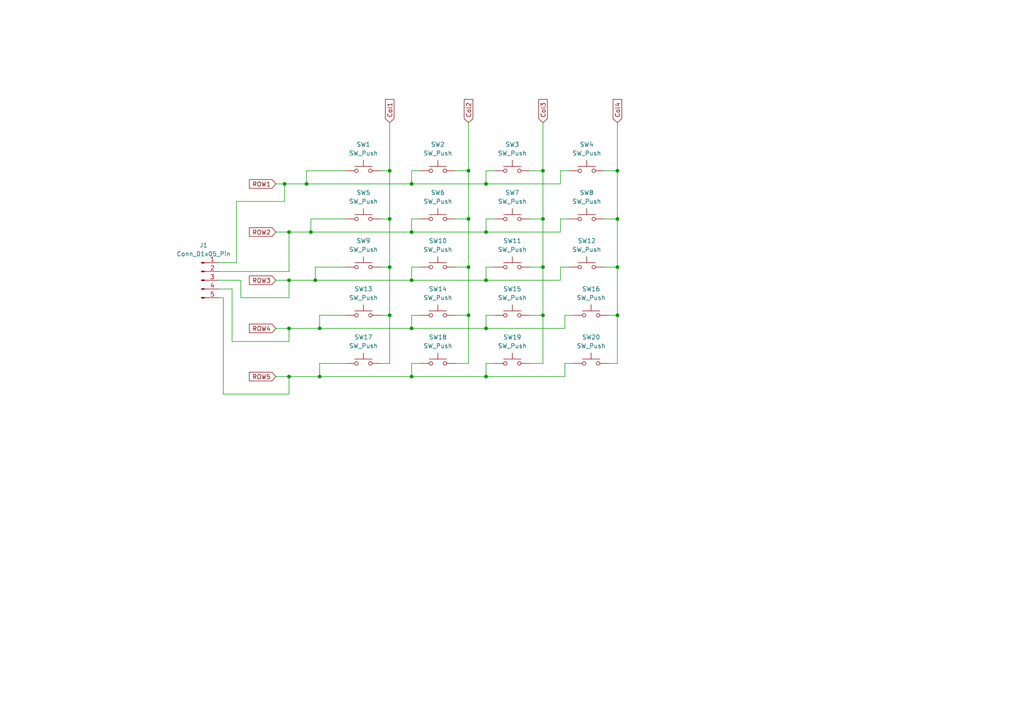
<source format=kicad_sch>
(kicad_sch (version 20250114) (generator "eeschema") (generator_version "9.0")
  (paper "A4")
  (lib_symbols
    (symbol "Connector:Conn_01x05_Pin" (pin_names (offset 1.016) (hide yes))
      (property "Reference" "J" (at 0 7.62 0))
      (property "Value" "Conn_01x05_Pin" (at 0 -7.62 0))
      (symbol "Conn_01x05_Pin_1_1"
        (rectangle (start 0.8636 5.207) (end 0 4.953) (stroke (width 0.1524)) (fill (type outline)))
        (rectangle (start 0.8636 2.667) (end 0 2.413) (stroke (width 0.1524)) (fill (type outline)))
        (rectangle (start 0.8636 0.127) (end 0 -0.127) (stroke (width 0.1524)) (fill (type outline)))
        (rectangle (start 0.8636 -2.413) (end 0 -2.667) (stroke (width 0.1524)) (fill (type outline)))
        (rectangle (start 0.8636 -4.953) (end 0 -5.207) (stroke (width 0.1524)) (fill (type outline)))
        (polyline (pts (xy 1.27 5.08) (xy 0.8636 5.08)) (stroke (width 0.1524)))
        (polyline (pts (xy 1.27 2.54) (xy 0.8636 2.54)) (stroke (width 0.1524)))
        (polyline (pts (xy 1.27 0) (xy 0.8636 0)) (stroke (width 0.1524)))
        (polyline (pts (xy 1.27 -2.54) (xy 0.8636 -2.54)) (stroke (width 0.1524)))
        (polyline (pts (xy 1.27 -5.08) (xy 0.8636 -5.08)) (stroke (width 0.1524)))
        (pin passive line (at 5.08 5.08 180) (length 3.81) (name "Pin_1") (number "1"))
        (pin passive line (at 5.08 2.54 180) (length 3.81) (name "Pin_2") (number "2"))
        (pin passive line (at 5.08 0 180) (length 3.81) (name "Pin_3") (number "3"))
        (pin passive line (at 5.08 -2.54 180) (length 3.81) (name "Pin_4") (number "4"))
        (pin passive line (at 5.08 -5.08 180) (length 3.81) (name "Pin_5") (number "5"))
      )
    )
    (symbol "Switch:SW_Push" (pin_numbers (hide yes)) (pin_names (offset 1.016) (hide yes))
      (property "Reference" "SW" (at 1.27 2.54 0))
      (property "Value" "SW_Push" (at 0 -1.524 0))
      (symbol "SW_Push_0_1"
        (circle (center -2.032 0) (radius 0.508))
        (polyline (pts (xy 0 1.27) (xy 0 3.048)))
        (circle (center 2.032 0) (radius 0.508))
        (polyline (pts (xy 2.54 1.27) (xy -2.54 1.27)))
        (pin passive line (at -5.08 0 0) (length 2.54) (name "1") (number "1"))
        (pin passive line (at 5.08 0 180) (length 2.54) (name "2") (number "2"))
      )
    )
  )
  (junction (at 179.07 91.44))
  (junction (at 113.03 63.5))
  (junction (at 157.48 63.5))
  (junction (at 179.07 49.53))
  (junction (at 113.03 77.47))
  (junction (at 119.38 81.28))
  (junction (at 157.48 49.53))
  (junction (at 135.89 91.44))
  (junction (at 92.71 95.25))
  (junction (at 83.82 81.28))
  (junction (at 82.55 53.34))
  (junction (at 140.97 67.31))
  (junction (at 179.07 77.47))
  (junction (at 135.89 49.53))
  (junction (at 135.89 77.47))
  (junction (at 83.82 109.22))
  (junction (at 113.03 91.44))
  (junction (at 140.97 109.22))
  (junction (at 92.71 109.22))
  (junction (at 135.89 63.5))
  (junction (at 140.97 81.28))
  (junction (at 157.48 91.44))
  (junction (at 119.38 109.22))
  (junction (at 119.38 95.25))
  (junction (at 179.07 63.5))
  (junction (at 113.03 49.53))
  (junction (at 119.38 53.34))
  (junction (at 90.17 67.31))
  (junction (at 157.48 77.47))
  (junction (at 88.9 53.34))
  (junction (at 83.82 67.31))
  (junction (at 83.82 95.25))
  (junction (at 119.38 67.31))
  (junction (at 91.44 81.28))
  (junction (at 140.97 95.25))
  (junction (at 140.97 53.34))
  (wire (pts (xy 157.48 105.41) (xy 157.48 91.44)))
  (wire (pts (xy 179.07 35.56) (xy 179.07 49.53)))
  (wire (pts (xy 135.89 63.5) (xy 135.89 49.53)))
  (wire (pts (xy 119.38 105.41) (xy 121.92 105.41)))
  (wire (pts (xy 153.67 63.5) (xy 157.48 63.5)))
  (wire (pts (xy 140.97 105.41) (xy 143.51 105.41)))
  (wire (pts (xy 110.49 63.5) (xy 113.03 63.5)))
  (wire (pts (xy 80.01 67.31) (xy 83.82 67.31)))
  (wire (pts (xy 113.03 77.47) (xy 113.03 63.5)))
  (wire (pts (xy 80.01 95.25) (xy 83.82 95.25)))
  (wire (pts (xy 113.03 35.56) (xy 113.03 49.53)))
  (wire (pts (xy 90.17 67.31) (xy 90.17 63.5)))
  (wire (pts (xy 92.71 109.22) (xy 119.38 109.22)))
  (wire (pts (xy 121.92 63.5) (xy 119.38 63.5)))
  (wire (pts (xy 165.1 77.47) (xy 162.56 77.47)))
  (wire (pts (xy 83.82 86.36) (xy 83.82 81.28)))
  (wire (pts (xy 63.5 81.28) (xy 69.85 81.28)))
  (wire (pts (xy 179.07 63.5) (xy 179.07 49.53)))
  (wire (pts (xy 135.89 77.47) (xy 135.89 63.5)))
  (wire (pts (xy 69.85 81.28) (xy 69.85 86.36)))
  (wire (pts (xy 163.83 105.41) (xy 166.37 105.41)))
  (wire (pts (xy 80.01 109.22) (xy 83.82 109.22)))
  (wire (pts (xy 113.03 105.41) (xy 113.03 91.44)))
  (wire (pts (xy 83.82 95.25) (xy 92.71 95.25)))
  (wire (pts (xy 68.58 76.2) (xy 68.58 58.42)))
  (wire (pts (xy 119.38 91.44) (xy 121.92 91.44)))
  (wire (pts (xy 166.37 91.44) (xy 163.83 91.44)))
  (wire (pts (xy 165.1 49.53) (xy 162.56 49.53)))
  (wire (pts (xy 67.31 99.06) (xy 83.82 99.06)))
  (wire (pts (xy 83.82 81.28) (xy 91.44 81.28)))
  (wire (pts (xy 157.48 77.47) (xy 157.48 63.5)))
  (wire (pts (xy 88.9 49.53) (xy 100.33 49.53)))
  (wire (pts (xy 132.08 91.44) (xy 135.89 91.44)))
  (wire (pts (xy 110.49 77.47) (xy 113.03 77.47)))
  (wire (pts (xy 140.97 49.53) (xy 143.51 49.53)))
  (wire (pts (xy 143.51 77.47) (xy 140.97 77.47)))
  (wire (pts (xy 110.49 91.44) (xy 113.03 91.44)))
  (wire (pts (xy 83.82 78.74) (xy 83.82 67.31)))
  (wire (pts (xy 140.97 77.47) (xy 140.97 81.28)))
  (wire (pts (xy 140.97 95.25) (xy 163.83 95.25)))
  (wire (pts (xy 132.08 77.47) (xy 135.89 77.47)))
  (wire (pts (xy 179.07 49.53) (xy 175.26 49.53)))
  (wire (pts (xy 64.77 86.36) (xy 64.77 114.3)))
  (wire (pts (xy 157.48 49.53) (xy 153.67 49.53)))
  (wire (pts (xy 162.56 63.5) (xy 162.56 67.31)))
  (wire (pts (xy 162.56 81.28) (xy 140.97 81.28)))
  (wire (pts (xy 135.89 105.41) (xy 135.89 91.44)))
  (wire (pts (xy 132.08 105.41) (xy 135.89 105.41)))
  (wire (pts (xy 175.26 77.47) (xy 179.07 77.47)))
  (wire (pts (xy 157.48 49.53) (xy 157.48 63.5)))
  (wire (pts (xy 119.38 63.5) (xy 119.38 67.31)))
  (wire (pts (xy 163.83 105.41) (xy 163.83 109.22)))
  (wire (pts (xy 113.03 91.44) (xy 113.03 77.47)))
  (wire (pts (xy 83.82 67.31) (xy 90.17 67.31)))
  (wire (pts (xy 119.38 95.25) (xy 140.97 95.25)))
  (wire (pts (xy 143.51 91.44) (xy 140.97 91.44)))
  (wire (pts (xy 92.71 95.25) (xy 92.71 91.44)))
  (wire (pts (xy 92.71 91.44) (xy 100.33 91.44)))
  (wire (pts (xy 91.44 77.47) (xy 100.33 77.47)))
  (wire (pts (xy 132.08 63.5) (xy 135.89 63.5)))
  (wire (pts (xy 83.82 109.22) (xy 92.71 109.22)))
  (wire (pts (xy 63.5 78.74) (xy 83.82 78.74)))
  (wire (pts (xy 157.48 35.56) (xy 157.48 49.53)))
  (wire (pts (xy 175.26 63.5) (xy 179.07 63.5)))
  (wire (pts (xy 119.38 109.22) (xy 140.97 109.22)))
  (wire (pts (xy 119.38 49.53) (xy 119.38 53.34)))
  (wire (pts (xy 179.07 105.41) (xy 179.07 91.44)))
  (wire (pts (xy 69.85 86.36) (xy 83.82 86.36)))
  (wire (pts (xy 83.82 99.06) (xy 83.82 95.25)))
  (wire (pts (xy 113.03 63.5) (xy 113.03 49.53)))
  (wire (pts (xy 157.48 77.47) (xy 157.48 91.44)))
  (wire (pts (xy 92.71 105.41) (xy 100.33 105.41)))
  (wire (pts (xy 163.83 91.44) (xy 163.83 95.25)))
  (wire (pts (xy 140.97 109.22) (xy 163.83 109.22)))
  (wire (pts (xy 143.51 63.5) (xy 140.97 63.5)))
  (wire (pts (xy 179.07 91.44) (xy 179.07 77.47)))
  (wire (pts (xy 119.38 91.44) (xy 119.38 95.25)))
  (wire (pts (xy 135.89 35.56) (xy 135.89 49.53)))
  (wire (pts (xy 165.1 63.5) (xy 162.56 63.5)))
  (wire (pts (xy 140.97 49.53) (xy 140.97 53.34)))
  (wire (pts (xy 82.55 53.34) (xy 88.9 53.34)))
  (wire (pts (xy 83.82 114.3) (xy 83.82 109.22)))
  (wire (pts (xy 63.5 83.82) (xy 67.31 83.82)))
  (wire (pts (xy 92.71 109.22) (xy 92.71 105.41)))
  (wire (pts (xy 113.03 49.53) (xy 110.49 49.53)))
  (wire (pts (xy 63.5 76.2) (xy 68.58 76.2)))
  (wire (pts (xy 135.89 49.53) (xy 132.08 49.53)))
  (wire (pts (xy 67.31 83.82) (xy 67.31 99.06)))
  (wire (pts (xy 179.07 63.5) (xy 179.07 77.47)))
  (wire (pts (xy 162.56 77.47) (xy 162.56 81.28)))
  (wire (pts (xy 119.38 67.31) (xy 140.97 67.31)))
  (wire (pts (xy 119.38 81.28) (xy 91.44 81.28)))
  (wire (pts (xy 135.89 91.44) (xy 135.89 77.47)))
  (wire (pts (xy 63.5 86.36) (xy 64.77 86.36)))
  (wire (pts (xy 140.97 105.41) (xy 140.97 109.22)))
  (wire (pts (xy 140.97 53.34) (xy 119.38 53.34)))
  (wire (pts (xy 140.97 63.5) (xy 140.97 67.31)))
  (wire (pts (xy 162.56 67.31) (xy 140.97 67.31)))
  (wire (pts (xy 121.92 49.53) (xy 119.38 49.53)))
  (wire (pts (xy 80.01 81.28) (xy 83.82 81.28)))
  (wire (pts (xy 153.67 91.44) (xy 157.48 91.44)))
  (wire (pts (xy 64.77 114.3) (xy 83.82 114.3)))
  (wire (pts (xy 162.56 53.34) (xy 140.97 53.34)))
  (wire (pts (xy 153.67 77.47) (xy 157.48 77.47)))
  (wire (pts (xy 119.38 77.47) (xy 119.38 81.28)))
  (wire (pts (xy 82.55 58.42) (xy 82.55 53.34)))
  (wire (pts (xy 140.97 81.28) (xy 119.38 81.28)))
  (wire (pts (xy 119.38 53.34) (xy 88.9 53.34)))
  (wire (pts (xy 176.53 105.41) (xy 179.07 105.41)))
  (wire (pts (xy 90.17 67.31) (xy 119.38 67.31)))
  (wire (pts (xy 91.44 81.28) (xy 91.44 77.47)))
  (wire (pts (xy 119.38 95.25) (xy 92.71 95.25)))
  (wire (pts (xy 80.01 53.34) (xy 82.55 53.34)))
  (wire (pts (xy 88.9 53.34) (xy 88.9 49.53)))
  (wire (pts (xy 121.92 77.47) (xy 119.38 77.47)))
  (wire (pts (xy 68.58 58.42) (xy 82.55 58.42)))
  (wire (pts (xy 162.56 49.53) (xy 162.56 53.34)))
  (wire (pts (xy 153.67 105.41) (xy 157.48 105.41)))
  (wire (pts (xy 176.53 91.44) (xy 179.07 91.44)))
  (wire (pts (xy 90.17 63.5) (xy 100.33 63.5)))
  (wire (pts (xy 140.97 91.44) (xy 140.97 95.25)))
  (wire (pts (xy 119.38 105.41) (xy 119.38 109.22)))
  (wire (pts (xy 110.49 105.41) (xy 113.03 105.41)))
  (global_label "Col4" (shape input) (at 179.07 35.56 90) (property "Intersheetrefs" "${INTERSHEET_REFS}" (effects (hide yes))))
  (global_label "ROW4" (shape input) (at 80.01 95.25 180) (property "Intersheetrefs" "${INTERSHEET_REFS}" (effects (hide yes))))
  (global_label "Col1" (shape input) (at 113.03 35.56 90) (property "Intersheetrefs" "${INTERSHEET_REFS}" (effects (hide yes))))
  (global_label "ROW5" (shape input) (at 80.01 109.22 180) (property "Intersheetrefs" "${INTERSHEET_REFS}" (effects (hide yes))))
  (global_label "Col3" (shape input) (at 157.48 35.56 90) (property "Intersheetrefs" "${INTERSHEET_REFS}" (effects (hide yes))))
  (global_label "ROW3" (shape input) (at 80.01 81.28 180) (property "Intersheetrefs" "${INTERSHEET_REFS}" (effects (hide yes))))
  (global_label "Col2" (shape input) (at 135.89 35.56 90) (property "Intersheetrefs" "${INTERSHEET_REFS}" (effects (hide yes))))
  (global_label "ROW2" (shape input) (at 80.01 67.31 180) (property "Intersheetrefs" "${INTERSHEET_REFS}" (effects (hide yes))))
  (global_label "ROW1" (shape input) (at 80.01 53.34 180) (property "Intersheetrefs" "${INTERSHEET_REFS}" (effects (hide yes))))
  (symbol (lib_id "Switch:SW_Push") (at 127 77.47 0) (unit 1)
    (property "Reference" "SW10" (at 127 69.85 0))
    (property "Value" "SW_Push" (at 127 72.39 0))
    (property "Footprint" "Button_Switch_THT:SW_PUSH_6mm" (effects (hide yes)))
    (property "Description" "Push button switch, generic, two pins" (effects (hide yes)))
  )
  (symbol (lib_id "Connector:Conn_01x05_Pin") (at 58.42 81.28 0) (unit 1)
    (property "Reference" "J1" (at 59.055 71.12 0))
    (property "Value" "Conn_01x05_Pin" (at 59.055 73.66 0))
    (property "Footprint" "Connector_PinHeader_2.54mm:PinHeader_1x05_P2.54mm_Vertical" (effects (hide yes)))
    (property "Description" "Generic connector, single row, 01x05, script generated" (effects (hide yes)))
  )
  (symbol (lib_id "Switch:SW_Push") (at 105.41 105.41 0) (unit 1)
    (property "Reference" "SW17" (at 105.41 97.79 0))
    (property "Value" "SW_Push" (at 105.41 100.33 0))
    (property "Footprint" "Button_Switch_THT:SW_PUSH_6mm" (effects (hide yes)))
    (property "Description" "Push button switch, generic, two pins" (effects (hide yes)))
  )
  (symbol (lib_id "Switch:SW_Push") (at 105.41 77.47 0) (unit 1)
    (property "Reference" "SW9" (at 105.41 69.85 0))
    (property "Value" "SW_Push" (at 105.41 72.39 0))
    (property "Footprint" "Button_Switch_THT:SW_PUSH_6mm" (effects (hide yes)))
    (property "Description" "Push button switch, generic, two pins" (effects (hide yes)))
  )
  (symbol (lib_id "Switch:SW_Push") (at 171.45 105.41 0) (unit 1)
    (property "Reference" "SW20" (at 171.45 97.79 0))
    (property "Value" "SW_Push" (at 171.45 100.33 0))
    (property "Footprint" "Button_Switch_THT:SW_PUSH_6mm" (effects (hide yes)))
    (property "Description" "Push button switch, generic, two pins" (effects (hide yes)))
  )
  (symbol (lib_id "Switch:SW_Push") (at 127 91.44 0) (unit 1)
    (property "Reference" "SW14" (at 127 83.82 0))
    (property "Value" "SW_Push" (at 127 86.36 0))
    (property "Footprint" "Button_Switch_THT:SW_PUSH_6mm" (effects (hide yes)))
    (property "Description" "Push button switch, generic, two pins" (effects (hide yes)))
  )
  (symbol (lib_id "Switch:SW_Push") (at 170.18 49.53 0) (unit 1)
    (property "Reference" "SW4" (at 170.18 41.91 0))
    (property "Value" "SW_Push" (at 170.18 44.45 0))
    (property "Footprint" "Button_Switch_THT:SW_PUSH_6mm" (effects (hide yes)))
    (property "Description" "Push button switch, generic, two pins" (effects (hide yes)))
  )
  (symbol (lib_id "Switch:SW_Push") (at 105.41 49.53 0) (unit 1)
    (property "Reference" "SW1" (at 105.41 41.91 0))
    (property "Value" "SW_Push" (at 105.41 44.45 0))
    (property "Footprint" "Button_Switch_THT:SW_PUSH_6mm" (effects (hide yes)))
    (property "Description" "Push button switch, generic, two pins" (effects (hide yes)))
  )
  (symbol (lib_id "Switch:SW_Push") (at 148.59 105.41 0) (unit 1)
    (property "Reference" "SW19" (at 148.59 97.79 0))
    (property "Value" "SW_Push" (at 148.59 100.33 0))
    (property "Footprint" "Button_Switch_THT:SW_PUSH_6mm" (effects (hide yes)))
    (property "Description" "Push button switch, generic, two pins" (effects (hide yes)))
  )
  (symbol (lib_id "Switch:SW_Push") (at 171.45 91.44 0) (unit 1)
    (property "Reference" "SW16" (at 171.45 83.82 0))
    (property "Value" "SW_Push" (at 171.45 86.36 0))
    (property "Footprint" "Button_Switch_THT:SW_PUSH_6mm" (effects (hide yes)))
    (property "Description" "Push button switch, generic, two pins" (effects (hide yes)))
  )
  (symbol (lib_id "Switch:SW_Push") (at 127 63.5 0) (unit 1)
    (property "Reference" "SW6" (at 127 55.88 0))
    (property "Value" "SW_Push" (at 127 58.42 0))
    (property "Footprint" "Button_Switch_THT:SW_PUSH_6mm" (effects (hide yes)))
    (property "Description" "Push button switch, generic, two pins" (effects (hide yes)))
  )
  (symbol (lib_id "Switch:SW_Push") (at 148.59 91.44 0) (unit 1)
    (property "Reference" "SW15" (at 148.59 83.82 0))
    (property "Value" "SW_Push" (at 148.59 86.36 0))
    (property "Footprint" "Button_Switch_THT:SW_PUSH_6mm" (effects (hide yes)))
    (property "Description" "Push button switch, generic, two pins" (effects (hide yes)))
  )
  (symbol (lib_id "Switch:SW_Push") (at 148.59 49.53 0) (unit 1)
    (property "Reference" "SW3" (at 148.59 41.91 0))
    (property "Value" "SW_Push" (at 148.59 44.45 0))
    (property "Footprint" "Button_Switch_THT:SW_PUSH_6mm" (effects (hide yes)))
    (property "Description" "Push button switch, generic, two pins" (effects (hide yes)))
  )
  (symbol (lib_id "Switch:SW_Push") (at 148.59 63.5 0) (unit 1)
    (property "Reference" "SW7" (at 148.59 55.88 0))
    (property "Value" "SW_Push" (at 148.59 58.42 0))
    (property "Footprint" "Button_Switch_THT:SW_PUSH_6mm" (effects (hide yes)))
    (property "Description" "Push button switch, generic, two pins" (effects (hide yes)))
  )
  (symbol (lib_id "Switch:SW_Push") (at 105.41 63.5 0) (unit 1)
    (property "Reference" "SW5" (at 105.41 55.88 0))
    (property "Value" "SW_Push" (at 105.41 58.42 0))
    (property "Footprint" "Button_Switch_THT:SW_PUSH_6mm" (effects (hide yes)))
    (property "Description" "Push button switch, generic, two pins" (effects (hide yes)))
  )
  (symbol (lib_id "Switch:SW_Push") (at 127 49.53 0) (unit 1)
    (property "Reference" "SW2" (at 127 41.91 0))
    (property "Value" "SW_Push" (at 127 44.45 0))
    (property "Footprint" "Button_Switch_THT:SW_PUSH_6mm" (effects (hide yes)))
    (property "Description" "Push button switch, generic, two pins" (effects (hide yes)))
  )
  (symbol (lib_id "Switch:SW_Push") (at 127 105.41 0) (unit 1)
    (property "Reference" "SW18" (at 127 97.79 0))
    (property "Value" "SW_Push" (at 127 100.33 0))
    (property "Footprint" "Button_Switch_THT:SW_PUSH_6mm" (effects (hide yes)))
    (property "Description" "Push button switch, generic, two pins" (effects (hide yes)))
  )
  (symbol (lib_id "Switch:SW_Push") (at 148.59 77.47 0) (unit 1)
    (property "Reference" "SW11" (at 148.59 69.85 0))
    (property "Value" "SW_Push" (at 148.59 72.39 0))
    (property "Footprint" "Button_Switch_THT:SW_PUSH_6mm" (effects (hide yes)))
    (property "Description" "Push button switch, generic, two pins" (effects (hide yes)))
  )
  (symbol (lib_id "Switch:SW_Push") (at 170.18 77.47 0) (unit 1)
    (property "Reference" "SW12" (at 170.18 69.85 0))
    (property "Value" "SW_Push" (at 170.18 72.39 0))
    (property "Footprint" "Button_Switch_THT:SW_PUSH_6mm" (effects (hide yes)))
    (property "Description" "Push button switch, generic, two pins" (effects (hide yes)))
  )
  (symbol (lib_id "Switch:SW_Push") (at 105.41 91.44 0) (unit 1)
    (property "Reference" "SW13" (at 105.41 83.82 0))
    (property "Value" "SW_Push" (at 105.41 86.36 0))
    (property "Footprint" "Button_Switch_THT:SW_PUSH_6mm" (effects (hide yes)))
    (property "Description" "Push button switch, generic, two pins" (effects (hide yes)))
  )
  (symbol (lib_id "Switch:SW_Push") (at 170.18 63.5 0) (unit 1)
    (property "Reference" "SW8" (at 170.18 55.88 0))
    (property "Value" "SW_Push" (at 170.18 58.42 0))
    (property "Footprint" "Button_Switch_THT:SW_PUSH_6mm" (effects (hide yes)))
    (property "Description" "Push button switch, generic, two pins" (effects (hide yes)))
  )
)
</source>
